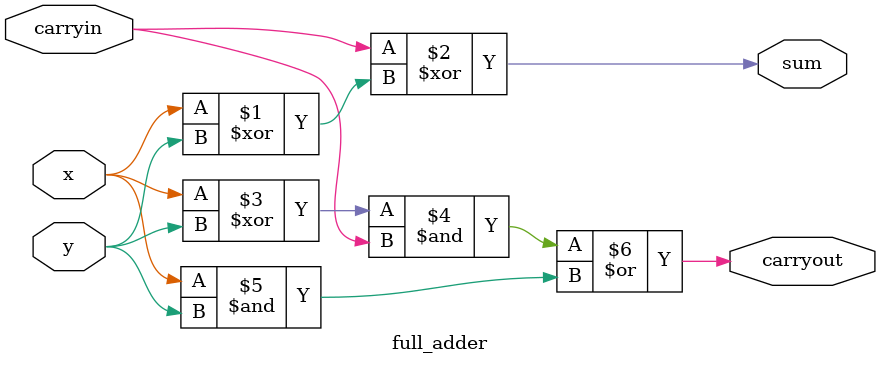
<source format=v>
`timescale 1ns / 1ps
module full_adder(sum, carryout, x, y, carryin);
	input carryin, x, y;
	output carryout, sum;
		
	assign sum = carryin^(x^y);
	assign carryout = ((x^y)&carryin) | (x&y);	
	
endmodule

</source>
